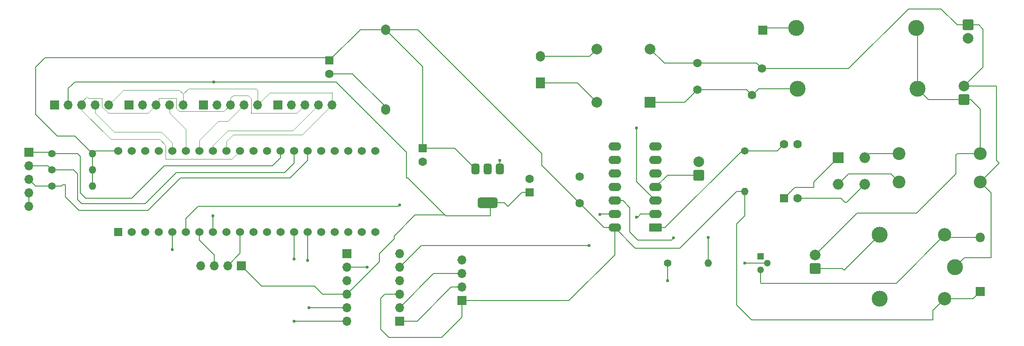
<source format=gbr>
%TF.GenerationSoftware,KiCad,Pcbnew,9.0.0*%
%TF.CreationDate,2025-05-27T07:27:55-06:00*%
%TF.ProjectId,horno_reflujo,686f726e-6f5f-4726-9566-6c756a6f2e6b,rev?*%
%TF.SameCoordinates,Original*%
%TF.FileFunction,Copper,L1,Top*%
%TF.FilePolarity,Positive*%
%FSLAX46Y46*%
G04 Gerber Fmt 4.6, Leading zero omitted, Abs format (unit mm)*
G04 Created by KiCad (PCBNEW 9.0.0) date 2025-05-27 07:27:55*
%MOMM*%
%LPD*%
G01*
G04 APERTURE LIST*
G04 Aperture macros list*
%AMRoundRect*
0 Rectangle with rounded corners*
0 $1 Rounding radius*
0 $2 $3 $4 $5 $6 $7 $8 $9 X,Y pos of 4 corners*
0 Add a 4 corners polygon primitive as box body*
4,1,4,$2,$3,$4,$5,$6,$7,$8,$9,$2,$3,0*
0 Add four circle primitives for the rounded corners*
1,1,$1+$1,$2,$3*
1,1,$1+$1,$4,$5*
1,1,$1+$1,$6,$7*
1,1,$1+$1,$8,$9*
0 Add four rect primitives between the rounded corners*
20,1,$1+$1,$2,$3,$4,$5,0*
20,1,$1+$1,$4,$5,$6,$7,0*
20,1,$1+$1,$6,$7,$8,$9,0*
20,1,$1+$1,$8,$9,$2,$3,0*%
G04 Aperture macros list end*
%TA.AperFunction,ComponentPad*%
%ADD10C,3.000000*%
%TD*%
%TA.AperFunction,ComponentPad*%
%ADD11R,1.700000X1.700000*%
%TD*%
%TA.AperFunction,ComponentPad*%
%ADD12O,1.700000X1.700000*%
%TD*%
%TA.AperFunction,ComponentPad*%
%ADD13RoundRect,0.250000X-0.750000X0.750000X-0.750000X-0.750000X0.750000X-0.750000X0.750000X0.750000X0*%
%TD*%
%TA.AperFunction,ComponentPad*%
%ADD14C,2.000000*%
%TD*%
%TA.AperFunction,ComponentPad*%
%ADD15C,2.500000*%
%TD*%
%TA.AperFunction,ComponentPad*%
%ADD16C,1.600000*%
%TD*%
%TA.AperFunction,ComponentPad*%
%ADD17R,1.300000X1.300000*%
%TD*%
%TA.AperFunction,ComponentPad*%
%ADD18C,1.300000*%
%TD*%
%TA.AperFunction,ComponentPad*%
%ADD19R,1.800000X1.800000*%
%TD*%
%TA.AperFunction,ComponentPad*%
%ADD20O,1.800000X1.800000*%
%TD*%
%TA.AperFunction,ComponentPad*%
%ADD21RoundRect,0.250000X0.750000X-0.750000X0.750000X0.750000X-0.750000X0.750000X-0.750000X-0.750000X0*%
%TD*%
%TA.AperFunction,ComponentPad*%
%ADD22R,1.600000X1.600000*%
%TD*%
%TA.AperFunction,ComponentPad*%
%ADD23RoundRect,0.250000X0.950000X0.550000X-0.950000X0.550000X-0.950000X-0.550000X0.950000X-0.550000X0*%
%TD*%
%TA.AperFunction,ComponentPad*%
%ADD24O,2.400000X1.600000*%
%TD*%
%TA.AperFunction,ComponentPad*%
%ADD25C,1.400000*%
%TD*%
%TA.AperFunction,ComponentPad*%
%ADD26O,1.400000X1.400000*%
%TD*%
%TA.AperFunction,ComponentPad*%
%ADD27C,2.400000*%
%TD*%
%TA.AperFunction,ComponentPad*%
%ADD28O,2.400000X2.400000*%
%TD*%
%TA.AperFunction,ComponentPad*%
%ADD29RoundRect,0.250000X0.550000X-0.550000X0.550000X0.550000X-0.550000X0.550000X-0.550000X-0.550000X0*%
%TD*%
%TA.AperFunction,SMDPad,CuDef*%
%ADD30RoundRect,0.375000X-0.375000X0.625000X-0.375000X-0.625000X0.375000X-0.625000X0.375000X0.625000X0*%
%TD*%
%TA.AperFunction,SMDPad,CuDef*%
%ADD31RoundRect,0.500000X-1.400000X0.500000X-1.400000X-0.500000X1.400000X-0.500000X1.400000X0.500000X0*%
%TD*%
%TA.AperFunction,ComponentPad*%
%ADD32R,2.000000X2.000000*%
%TD*%
%TA.AperFunction,ComponentPad*%
%ADD33O,2.000000X2.000000*%
%TD*%
%TA.AperFunction,ComponentPad*%
%ADD34R,1.700000X2.000000*%
%TD*%
%TA.AperFunction,ComponentPad*%
%ADD35O,1.700000X2.000000*%
%TD*%
%TA.AperFunction,ComponentPad*%
%ADD36R,1.524000X1.524000*%
%TD*%
%TA.AperFunction,ComponentPad*%
%ADD37C,1.524000*%
%TD*%
%TA.AperFunction,ViaPad*%
%ADD38C,0.600000*%
%TD*%
%TA.AperFunction,Conductor*%
%ADD39C,0.200000*%
%TD*%
%TA.AperFunction,Conductor*%
%ADD40C,0.100000*%
%TD*%
G04 APERTURE END LIST*
D10*
%TO.P,F2,1*%
%TO.N,LINE*%
X199030000Y-29972000D03*
%TO.P,F2,2*%
%TO.N,Net-(J8-Pin_1)*%
X176530000Y-29972000D03*
%TD*%
D11*
%TO.P,J15,1,Pin_1*%
%TO.N,GND*%
X37343000Y-44450000D03*
D12*
%TO.P,J15,2,Pin_2*%
%TO.N,+3.3V*%
X39883000Y-44450000D03*
%TO.P,J15,3,Pin_3*%
%TO.N,SPI1_SCK*%
X42423000Y-44450000D03*
%TO.P,J15,4,Pin_4*%
%TO.N,CS_3*%
X44963000Y-44450000D03*
%TO.P,J15,5,Pin_5*%
%TO.N,SPI1_MISO*%
X47503000Y-44450000D03*
%TD*%
D13*
%TO.P,J11,1,Pin_1*%
%TO.N,NEUT*%
X208816500Y-29459000D03*
D14*
%TO.P,J11,2,Pin_2*%
%TO.N,unconnected-(J11-Pin_2-Pad2)*%
X208816500Y-31999000D03*
%TD*%
D11*
%TO.P,J12,1,Pin_1*%
%TO.N,ENCODER_BTN*%
X32526000Y-53342000D03*
D12*
%TO.P,J12,2,Pin_2*%
%TO.N,ENCODER_B*%
X32526000Y-55882000D03*
%TO.P,J12,3,Pin_3*%
%TO.N,ENCODER_A*%
X32526000Y-58422000D03*
%TO.P,J12,4,Pin_4*%
%TO.N,GND*%
X32526000Y-60962000D03*
%TO.P,J12,5,Pin_5*%
X32526000Y-63502000D03*
%TD*%
D11*
%TO.P,J8,1,Pin_1*%
%TO.N,Net-(J8-Pin_1)*%
X170297500Y-30437500D03*
%TD*%
D10*
%TO.P,K1,1*%
%TO.N,NEUT*%
X206366000Y-74930000D03*
D15*
%TO.P,K1,2*%
%TO.N,Net-(D3-A)*%
X204416000Y-68880000D03*
D10*
%TO.P,K1,3*%
%TO.N,Bobina_ventilador*%
X192216000Y-68880000D03*
%TO.P,K1,4*%
%TO.N,unconnected-(K1-Pad4)*%
X192166000Y-80930000D03*
D15*
%TO.P,K1,5*%
%TO.N,+5V*%
X204416000Y-80880000D03*
%TD*%
D16*
%TO.P,RV1,1*%
%TO.N,Net-(C2-Pad1)*%
X168264000Y-42632000D03*
%TO.P,RV1,2*%
%TO.N,NEUT*%
X170064000Y-37632000D03*
%TD*%
D10*
%TO.P,F1,1*%
%TO.N,LINE*%
X199284000Y-41402000D03*
%TO.P,F1,2*%
%TO.N,Net-(C2-Pad1)*%
X176784000Y-41402000D03*
%TD*%
D11*
%TO.P,J2,1,Pin_1*%
%TO.N,Net-(J2-Pin_1)*%
X102108000Y-85090000D03*
D12*
%TO.P,J2,2,Pin_2*%
%TO.N,Net-(J2-Pin_2)*%
X102108000Y-82550000D03*
%TO.P,J2,3,Pin_3*%
%TO.N,+5V*%
X102108000Y-80010000D03*
%TO.P,J2,4,Pin_4*%
%TO.N,GND*%
X102108000Y-77470000D03*
%TO.P,J2,5,Pin_5*%
%TO.N,zero*%
X102108000Y-74930000D03*
%TO.P,J2,6,Pin_6*%
%TO.N,unconnected-(J2-Pin_6-Pad6)*%
X102108000Y-72390000D03*
%TD*%
D17*
%TO.P,Q1,1,E*%
%TO.N,GND*%
X169820000Y-72898000D03*
D18*
%TO.P,Q1,2,B*%
%TO.N,Net-(Q1-B)*%
X171090000Y-74168000D03*
%TO.P,Q1,3,C*%
%TO.N,Net-(D3-A)*%
X169820000Y-75438000D03*
%TD*%
D19*
%TO.P,D3,1,K*%
%TO.N,+5V*%
X211074000Y-79502000D03*
D20*
%TO.P,D3,2,A*%
%TO.N,Net-(D3-A)*%
X211074000Y-69342000D03*
%TD*%
D21*
%TO.P,J7,1,Pin_1*%
%TO.N,Bobina_ventilador*%
X180057500Y-75189000D03*
D14*
%TO.P,J7,2,Pin_2*%
%TO.N,LINE*%
X180057500Y-72649000D03*
%TD*%
D22*
%TO.P,C1,1*%
%TO.N,+5V*%
X88900000Y-36132888D03*
D16*
%TO.P,C1,2*%
%TO.N,GND*%
X88900000Y-38632888D03*
%TD*%
D11*
%TO.P,J14,1,Pin_1*%
%TO.N,GND*%
X51313000Y-44450000D03*
D12*
%TO.P,J14,2,Pin_2*%
%TO.N,+3.3V*%
X53853000Y-44450000D03*
%TO.P,J14,3,Pin_3*%
%TO.N,SPI1_SCK*%
X56393000Y-44450000D03*
%TO.P,J14,4,Pin_4*%
%TO.N,CS_2*%
X58933000Y-44450000D03*
%TO.P,J14,5,Pin_5*%
%TO.N,SPI1_MISO*%
X61473000Y-44450000D03*
%TD*%
D23*
%TO.P,U3,1*%
%TO.N,Net-(OC1-Pad4)*%
X150114000Y-67559000D03*
D24*
%TO.P,U3,2*%
%TO.N,zero*%
X150114000Y-65019000D03*
%TO.P,U3,3*%
%TO.N,/fire*%
X150114000Y-62479000D03*
%TO.P,U3,4*%
%TO.N,Net-(J10-Pin_1)*%
X150114000Y-59939000D03*
%TO.P,U3,5*%
%TO.N,N/C*%
X150114000Y-57399000D03*
%TO.P,U3,6*%
X150114000Y-54859000D03*
%TO.P,U3,7,GND*%
%TO.N,GND*%
X150114000Y-52319000D03*
%TO.P,U3,8*%
%TO.N,N/C*%
X142494000Y-52319000D03*
%TO.P,U3,9*%
X142494000Y-54859000D03*
%TO.P,U3,10*%
X142494000Y-57399000D03*
%TO.P,U3,11*%
X142494000Y-59939000D03*
%TO.P,U3,12*%
%TO.N,Net-(R10-Pad2)*%
X142494000Y-62479000D03*
%TO.P,U3,13*%
%TO.N,/fan*%
X142494000Y-65019000D03*
%TO.P,U3,14,VCC*%
%TO.N,+5V*%
X142494000Y-67559000D03*
%TD*%
D11*
%TO.P,J3,1,Pin_1*%
%TO.N,+5V*%
X113792000Y-81270000D03*
D12*
%TO.P,J3,2,Pin_2*%
%TO.N,Net-(J2-Pin_1)*%
X113792000Y-78730000D03*
%TO.P,J3,3,Pin_3*%
%TO.N,Net-(J2-Pin_2)*%
X113792000Y-76190000D03*
%TO.P,J3,4,Pin_4*%
%TO.N,GND*%
X113792000Y-73650000D03*
%TD*%
D11*
%TO.P,J1,1,Pin_1*%
%TO.N,unconnected-(J1-Pin_1-Pad1)*%
X92202000Y-72390000D03*
D12*
%TO.P,J1,2,Pin_2*%
%TO.N,/zc*%
X92202000Y-74930000D03*
%TO.P,J1,3,Pin_3*%
%TO.N,GND*%
X92202000Y-77470000D03*
%TO.P,J1,4,Pin_4*%
%TO.N,+3.3V*%
X92202000Y-80010000D03*
%TO.P,J1,5,Pin_5*%
%TO.N,I2C1_SDA*%
X92202000Y-82550000D03*
%TO.P,J1,6,Pin_6*%
%TO.N,I2C1_SCL*%
X92202000Y-85090000D03*
%TD*%
D11*
%TO.P,J13,1,Pin_1*%
%TO.N,GND*%
X65283000Y-44450000D03*
D12*
%TO.P,J13,2,Pin_2*%
%TO.N,+3.3V*%
X67823000Y-44450000D03*
%TO.P,J13,3,Pin_3*%
%TO.N,SPI1_SCK*%
X70363000Y-44450000D03*
%TO.P,J13,4,Pin_4*%
%TO.N,CS_1*%
X72903000Y-44450000D03*
%TO.P,J13,5,Pin_5*%
%TO.N,SPI1_MISO*%
X75443000Y-44450000D03*
%TD*%
D25*
%TO.P,R9,1*%
%TO.N,ENCODER_B*%
X36830000Y-56642000D03*
D26*
%TO.P,R9,2*%
%TO.N,+5V*%
X44450000Y-56642000D03*
%TD*%
D21*
%TO.P,J10,1,Pin_1*%
%TO.N,Net-(J10-Pin_1)*%
X158213500Y-57663000D03*
D14*
%TO.P,J10,2,Pin_2*%
%TO.N,GND*%
X158213500Y-55123000D03*
%TD*%
D16*
%TO.P,C5,1*%
%TO.N,+5V*%
X135890000Y-62952000D03*
%TO.P,C5,2*%
%TO.N,GND*%
X135890000Y-57952000D03*
%TD*%
D22*
%TO.P,C9,1*%
%TO.N,+3.3V*%
X126492000Y-60895113D03*
D16*
%TO.P,C9,2*%
%TO.N,GND*%
X126492000Y-58395113D03*
%TD*%
D22*
%TO.P,C8,1*%
%TO.N,+5V*%
X106426000Y-52642888D03*
D16*
%TO.P,C8,2*%
%TO.N,GND*%
X106426000Y-55142888D03*
%TD*%
D27*
%TO.P,R5,1*%
%TO.N,Net-(D1-2)*%
X195834000Y-53594000D03*
D28*
%TO.P,R5,2*%
%TO.N,LINE*%
X211074000Y-53594000D03*
%TD*%
D25*
%TO.P,R11,1*%
%TO.N,ENCODER_BTN*%
X36830000Y-53594000D03*
D26*
%TO.P,R11,2*%
%TO.N,+5V*%
X44450000Y-53594000D03*
%TD*%
D16*
%TO.P,C2,1*%
%TO.N,Net-(C2-Pad1)*%
X157988000Y-41616000D03*
%TO.P,C2,2*%
%TO.N,NEUT*%
X157988000Y-36616000D03*
%TD*%
D11*
%TO.P,J5,1,Pin_1*%
%TO.N,+3.3V*%
X72380000Y-74676000D03*
D12*
%TO.P,J5,2,Pin_2*%
%TO.N,/Rx_mcu_esp01*%
X69840000Y-74676000D03*
%TO.P,J5,3,Pin_3*%
%TO.N,/Tx_mcu_esp01*%
X67300000Y-74676000D03*
%TO.P,J5,4,Pin_4*%
%TO.N,GND*%
X64760000Y-74676000D03*
%TD*%
D25*
%TO.P,R10,1*%
%TO.N,Net-(Q1-B)*%
X152400000Y-74168000D03*
D26*
%TO.P,R10,2*%
%TO.N,Net-(R10-Pad2)*%
X160020000Y-74168000D03*
%TD*%
D27*
%TO.P,R6,1*%
%TO.N,Net-(D1-1)*%
X195834000Y-58928000D03*
D28*
%TO.P,R6,2*%
%TO.N,NEUT*%
X211074000Y-58928000D03*
%TD*%
D29*
%TO.P,OC1,1*%
%TO.N,Net-(D1-+)*%
X174239000Y-61976000D03*
D16*
%TO.P,OC1,2*%
%TO.N,Net-(D1--)*%
X176779000Y-61976000D03*
%TO.P,OC1,3*%
%TO.N,GND*%
X176779000Y-51816000D03*
%TO.P,OC1,4*%
%TO.N,Net-(OC1-Pad4)*%
X174239000Y-51816000D03*
%TD*%
D30*
%TO.P,U1,1,GND*%
%TO.N,GND*%
X120918000Y-56540000D03*
%TO.P,U1,2,VO*%
%TO.N,+3.3V*%
X118618000Y-56540000D03*
D31*
X118618000Y-62840000D03*
D30*
%TO.P,U1,3,VI*%
%TO.N,+5V*%
X116318000Y-56540000D03*
%TD*%
D32*
%TO.P,D1,1,+*%
%TO.N,Net-(D1-+)*%
X184404000Y-54356000D03*
D33*
%TO.P,D1,2,1*%
%TO.N,Net-(D1-1)*%
X184404000Y-59356000D03*
%TO.P,D1,3,-*%
%TO.N,Net-(D1--)*%
X189404000Y-59356000D03*
%TO.P,D1,4,2*%
%TO.N,Net-(D1-2)*%
X189404000Y-54356000D03*
%TD*%
D34*
%TO.P,PS1,1,AC/L*%
%TO.N,Net-(PS1-AC{slash}L)*%
X128548500Y-40308500D03*
D35*
%TO.P,PS1,2,AC/N*%
%TO.N,Net-(PS1-AC{slash}N)*%
X128548500Y-35308500D03*
%TO.P,PS1,3,-Vout*%
%TO.N,GND*%
X99468500Y-45308500D03*
%TO.P,PS1,4,+Vout*%
%TO.N,+5V*%
X99468500Y-30308500D03*
%TD*%
D36*
%TO.P,dev_board1,1,B12*%
%TO.N,unconnected-(dev_board1-B12-Pad1)*%
X49276000Y-68326000D03*
D37*
%TO.P,dev_board1,2,B13*%
%TO.N,unconnected-(dev_board1-B13-Pad2)*%
X51816000Y-68326000D03*
%TO.P,dev_board1,3,B14*%
%TO.N,unconnected-(dev_board1-B14-Pad3)*%
X54356000Y-68326000D03*
%TO.P,dev_board1,4,B15*%
%TO.N,unconnected-(dev_board1-B15-Pad4)*%
X56896000Y-68326000D03*
%TO.P,dev_board1,5,A8*%
%TO.N,/zc*%
X59436000Y-68326000D03*
%TO.P,dev_board1,6,A9*%
%TO.N,/fire*%
X61976000Y-68326000D03*
%TO.P,dev_board1,7,A10*%
%TO.N,/Tx_mcu_esp01*%
X64516000Y-68326000D03*
%TO.P,dev_board1,8,A11*%
%TO.N,/fan*%
X67056000Y-68326000D03*
%TO.P,dev_board1,9,A12*%
%TO.N,unconnected-(dev_board1-A12-Pad9)*%
X69596000Y-68326000D03*
%TO.P,dev_board1,10,A15*%
%TO.N,/Rx_mcu_esp01*%
X72136000Y-68326000D03*
%TO.P,dev_board1,11,B3*%
%TO.N,unconnected-(dev_board1-B3-Pad11)*%
X74676000Y-68326000D03*
%TO.P,dev_board1,12,B4*%
%TO.N,unconnected-(dev_board1-B4-Pad12)*%
X77216000Y-68326000D03*
%TO.P,dev_board1,13,B5*%
%TO.N,unconnected-(dev_board1-B5-Pad13)*%
X79756000Y-68326000D03*
%TO.P,dev_board1,14,B6*%
%TO.N,I2C1_SCL*%
X82296000Y-68326000D03*
%TO.P,dev_board1,15,B7*%
%TO.N,I2C1_SDA*%
X84836000Y-68326000D03*
%TO.P,dev_board1,16,B8*%
%TO.N,unconnected-(dev_board1-B8-Pad16)*%
X87376000Y-68326000D03*
%TO.P,dev_board1,17,B9*%
%TO.N,unconnected-(dev_board1-B9-Pad17)*%
X89916000Y-68326000D03*
%TO.P,dev_board1,18,5V*%
%TO.N,unconnected-(dev_board1-5V-Pad18)*%
X92456000Y-68326000D03*
%TO.P,dev_board1,19,G*%
%TO.N,GND*%
X94996000Y-68326000D03*
%TO.P,dev_board1,20,3.3*%
%TO.N,unconnected-(dev_board1-3.3-Pad20)*%
X97536000Y-68326000D03*
%TO.P,dev_board1,21,VB*%
%TO.N,unconnected-(dev_board1-VB-Pad21)*%
X97536000Y-53086000D03*
%TO.P,dev_board1,22,C13*%
%TO.N,built_in_led*%
X94996000Y-53086000D03*
%TO.P,dev_board1,23,C14*%
%TO.N,unconnected-(dev_board1-C14-Pad23)*%
X92456000Y-53086000D03*
%TO.P,dev_board1,24,C15*%
%TO.N,unconnected-(dev_board1-C15-Pad24)*%
X89916000Y-53086000D03*
%TO.P,dev_board1,25,R*%
%TO.N,unconnected-(dev_board1-R-Pad25)*%
X87376000Y-53086000D03*
%TO.P,dev_board1,26,A0*%
%TO.N,ENCODER_A*%
X84836000Y-53086000D03*
%TO.P,dev_board1,27,A1*%
%TO.N,ENCODER_B*%
X82296000Y-53086000D03*
%TO.P,dev_board1,28,A2*%
%TO.N,ENCODER_BTN*%
X79756000Y-53086000D03*
%TO.P,dev_board1,29,A3*%
%TO.N,unconnected-(dev_board1-A3-Pad29)*%
X77216000Y-53086000D03*
%TO.P,dev_board1,30,A4*%
%TO.N,unconnected-(dev_board1-A4-Pad30)*%
X74676000Y-53086000D03*
%TO.P,dev_board1,31,A5*%
%TO.N,SPI1_SCK*%
X72136000Y-53086000D03*
%TO.P,dev_board1,32,A6*%
%TO.N,SPI1_MISO*%
X69596000Y-53086000D03*
%TO.P,dev_board1,33,A7*%
%TO.N,CS_0*%
X67056000Y-53086000D03*
%TO.P,dev_board1,34,B0*%
%TO.N,CS_1*%
X64516000Y-53086000D03*
%TO.P,dev_board1,35,B1*%
%TO.N,CS_2*%
X61976000Y-53086000D03*
%TO.P,dev_board1,36,B2*%
%TO.N,CS_3*%
X59436000Y-53086000D03*
%TO.P,dev_board1,37,B10*%
%TO.N,unconnected-(dev_board1-B10-Pad37)*%
X56896000Y-53086000D03*
%TO.P,dev_board1,38,3.3*%
%TO.N,unconnected-(dev_board1-3.3-Pad38)*%
X54356000Y-53086000D03*
%TO.P,dev_board1,39,G*%
%TO.N,GND*%
X51816000Y-53086000D03*
%TO.P,dev_board1,40,5V*%
%TO.N,+5V*%
X49276000Y-53086000D03*
%TD*%
D21*
%TO.P,J6,1,Pin_1*%
%TO.N,LINE*%
X208026000Y-43434000D03*
D14*
%TO.P,J6,2,Pin_2*%
%TO.N,NEUT*%
X208026000Y-40894000D03*
%TD*%
D32*
%TO.P,FL1,1,1*%
%TO.N,Net-(C2-Pad1)*%
X149129500Y-43973500D03*
D14*
%TO.P,FL1,2,2*%
%TO.N,Net-(PS1-AC{slash}L)*%
X139129500Y-43973500D03*
%TO.P,FL1,3,3*%
%TO.N,NEUT*%
X149129500Y-33973500D03*
%TO.P,FL1,4,4*%
%TO.N,Net-(PS1-AC{slash}N)*%
X139129500Y-33973500D03*
%TD*%
D25*
%TO.P,R7,1*%
%TO.N,Net-(OC1-Pad4)*%
X166878000Y-53086000D03*
D26*
%TO.P,R7,2*%
%TO.N,+5V*%
X166878000Y-60706000D03*
%TD*%
D25*
%TO.P,R8,1*%
%TO.N,ENCODER_A*%
X36830000Y-59690000D03*
D26*
%TO.P,R8,2*%
%TO.N,+5V*%
X44450000Y-59690000D03*
%TD*%
D11*
%TO.P,J4,1,Pin_1*%
%TO.N,GND*%
X79253000Y-44450000D03*
D12*
%TO.P,J4,2,Pin_2*%
%TO.N,+3.3V*%
X81793000Y-44450000D03*
%TO.P,J4,3,Pin_3*%
%TO.N,SPI1_SCK*%
X84333000Y-44450000D03*
%TO.P,J4,4,Pin_4*%
%TO.N,CS_0*%
X86873000Y-44450000D03*
%TO.P,J4,5,Pin_5*%
%TO.N,SPI1_MISO*%
X89413000Y-44450000D03*
%TD*%
D38*
%TO.N,GND*%
X120904000Y-54864000D03*
%TO.N,+3.3V*%
X67271997Y-40132000D03*
%TO.N,Net-(Q1-B)*%
X166878000Y-74168000D03*
X152400000Y-77470000D03*
%TO.N,I2C1_SCL*%
X82296000Y-73406000D03*
X82296000Y-85090000D03*
%TO.N,/fan*%
X67056000Y-65278000D03*
X139700000Y-65024000D03*
%TO.N,/fire*%
X102108000Y-63246000D03*
X146558000Y-48768000D03*
%TO.N,Net-(R10-Pad2)*%
X160020000Y-69342000D03*
X153543000Y-69469000D03*
%TO.N,I2C1_SDA*%
X84836000Y-73660000D03*
X85090000Y-82550000D03*
%TO.N,/zc*%
X59436000Y-71628000D03*
X96012000Y-74930000D03*
%TO.N,zero*%
X146558000Y-65532000D03*
X137668000Y-70866000D03*
%TD*%
D39*
%TO.N,GND*%
X120918000Y-54878000D02*
X120904000Y-54864000D01*
X120918000Y-56540000D02*
X120918000Y-54878000D01*
%TO.N,Net-(D1-1)*%
X186356000Y-57404000D02*
X194310000Y-57404000D01*
X194310000Y-57404000D02*
X195834000Y-58928000D01*
X184404000Y-59356000D02*
X186356000Y-57404000D01*
%TO.N,Net-(D1-2)*%
X195834000Y-53594000D02*
X190166000Y-53594000D01*
X190166000Y-53594000D02*
X189404000Y-54356000D01*
%TO.N,Net-(D1--)*%
X186022000Y-62738000D02*
X185674000Y-62738000D01*
X189404000Y-59356000D02*
X186022000Y-62738000D01*
X185674000Y-62738000D02*
X184912000Y-61976000D01*
X184912000Y-61976000D02*
X176779000Y-61976000D01*
%TO.N,Net-(D1-+)*%
X179832000Y-59944000D02*
X176271000Y-59944000D01*
X176271000Y-59944000D02*
X174239000Y-61976000D01*
X184404000Y-54356000D02*
X179832000Y-58928000D01*
X179832000Y-58928000D02*
X179832000Y-59944000D01*
%TO.N,+5V*%
X109982000Y-88138000D02*
X113792000Y-84328000D01*
X142494000Y-72644000D02*
X133868000Y-81270000D01*
X44958000Y-53086000D02*
X44450000Y-53594000D01*
X106426000Y-52642888D02*
X112420888Y-52642888D01*
X166878000Y-65278000D02*
X165354000Y-66802000D01*
X44450000Y-53594000D02*
X41148000Y-50292000D01*
X165354000Y-66802000D02*
X165354000Y-82042000D01*
X98552000Y-86614000D02*
X100076000Y-88138000D01*
X142494000Y-67559000D02*
X146309000Y-71374000D01*
X37846000Y-50292000D02*
X33782000Y-46228000D01*
X165354000Y-60706000D02*
X166878000Y-60706000D01*
X33782000Y-37338000D02*
X35560000Y-35560000D01*
X105492500Y-30308500D02*
X99468500Y-30308500D01*
X154686000Y-71374000D02*
X165354000Y-60706000D01*
X135890000Y-62952000D02*
X128778000Y-55840000D01*
X44450000Y-53340000D02*
X44450000Y-59690000D01*
X99314000Y-80010000D02*
X98552000Y-80772000D01*
X112420888Y-52642888D02*
X116318000Y-56540000D01*
X168148000Y-84836000D02*
X202184000Y-84836000D01*
X146309000Y-71374000D02*
X154686000Y-71374000D01*
X128778000Y-55840000D02*
X128778000Y-53594000D01*
X166878000Y-60706000D02*
X166878000Y-65278000D01*
X49276000Y-53086000D02*
X44958000Y-53086000D01*
X98552000Y-80772000D02*
X98552000Y-86614000D01*
X94724388Y-30308500D02*
X88900000Y-36132888D01*
X100076000Y-88138000D02*
X109982000Y-88138000D01*
X209696000Y-80880000D02*
X211074000Y-79502000D01*
X204416000Y-80880000D02*
X209696000Y-80880000D01*
X142494000Y-67559000D02*
X140497000Y-67559000D01*
X88900000Y-35560000D02*
X88900000Y-36132888D01*
X106426000Y-52642888D02*
X106426000Y-37266000D01*
X99468500Y-30308500D02*
X94724388Y-30308500D01*
X202184000Y-83112000D02*
X204416000Y-80880000D01*
X113792000Y-84328000D02*
X113792000Y-81270000D01*
X202184000Y-84836000D02*
X202184000Y-83112000D01*
X133868000Y-81270000D02*
X113792000Y-81270000D01*
X142494000Y-67559000D02*
X142494000Y-72644000D01*
X140497000Y-67559000D02*
X135890000Y-62952000D01*
X102108000Y-80010000D02*
X99314000Y-80010000D01*
X128778000Y-53594000D02*
X105492500Y-30308500D01*
X33782000Y-46228000D02*
X33782000Y-37338000D01*
X41148000Y-50292000D02*
X37846000Y-50292000D01*
X106426000Y-37266000D02*
X99468500Y-30308500D01*
X35560000Y-35560000D02*
X88900000Y-35560000D01*
X165354000Y-82042000D02*
X168148000Y-84836000D01*
%TO.N,Net-(D3-A)*%
X169820000Y-77872000D02*
X169820000Y-75438000D01*
X204878000Y-69342000D02*
X204416000Y-68880000D01*
X204416000Y-68880000D02*
X195318000Y-77978000D01*
X211074000Y-69342000D02*
X204878000Y-69342000D01*
X195318000Y-77978000D02*
X169926000Y-77978000D01*
X169926000Y-77978000D02*
X169820000Y-77872000D01*
%TO.N,Net-(C2-Pad1)*%
X157988000Y-41616000D02*
X167248000Y-41616000D01*
X155630500Y-43973500D02*
X157988000Y-41616000D01*
X176784000Y-41402000D02*
X169494000Y-41402000D01*
X167248000Y-41616000D02*
X168264000Y-42632000D01*
X149129500Y-43973500D02*
X155630500Y-43973500D01*
X169494000Y-41402000D02*
X168264000Y-42632000D01*
%TO.N,LINE*%
X199284000Y-30226000D02*
X199030000Y-29972000D01*
X208026000Y-43434000D02*
X201316000Y-43434000D01*
X199284000Y-41402000D02*
X199284000Y-30226000D01*
X208026000Y-43434000D02*
X209296000Y-43434000D01*
X206502000Y-53848000D02*
X206756000Y-53594000D01*
X211074000Y-45212000D02*
X211074000Y-53594000D01*
X206502000Y-57404000D02*
X206502000Y-53848000D01*
X201316000Y-43434000D02*
X199284000Y-41402000D01*
X206756000Y-53594000D02*
X211074000Y-53594000D01*
X180057500Y-72649000D02*
X187936500Y-64770000D01*
X209296000Y-43434000D02*
X211074000Y-45212000D01*
X187936500Y-64770000D02*
X199136000Y-64770000D01*
X199136000Y-64770000D02*
X206502000Y-57404000D01*
%TO.N,NEUT*%
X208026000Y-40894000D02*
X211582000Y-37338000D01*
X208144000Y-73152000D02*
X213106000Y-73152000D01*
X149129500Y-33973500D02*
X151772000Y-36616000D01*
X214122000Y-54864000D02*
X214122000Y-40894000D01*
X186396000Y-37632000D02*
X197612000Y-26416000D01*
X211074000Y-58928000D02*
X214630000Y-55372000D01*
X157988000Y-36616000D02*
X169048000Y-36616000D01*
X170064000Y-37632000D02*
X186396000Y-37632000D01*
X214630000Y-55372000D02*
X214122000Y-54864000D01*
X203708000Y-26416000D02*
X206751000Y-29459000D01*
X206751000Y-29459000D02*
X208816500Y-29459000D01*
X211582000Y-30226000D02*
X210815000Y-29459000D01*
X197612000Y-26416000D02*
X203708000Y-26416000D01*
X213106000Y-60960000D02*
X211074000Y-58928000D01*
X206366000Y-74930000D02*
X208144000Y-73152000D01*
X210815000Y-29459000D02*
X208816500Y-29459000D01*
X211582000Y-37338000D02*
X211582000Y-30226000D01*
X151772000Y-36616000D02*
X157988000Y-36616000D01*
X169048000Y-36616000D02*
X170064000Y-37632000D01*
X213106000Y-73152000D02*
X213106000Y-60960000D01*
X214122000Y-40894000D02*
X208026000Y-40894000D01*
%TO.N,Net-(PS1-AC{slash}L)*%
X128548500Y-40308500D02*
X135464500Y-40308500D01*
X135464500Y-40308500D02*
X139129500Y-43973500D01*
%TO.N,Net-(PS1-AC{slash}N)*%
X139129500Y-33973500D02*
X137794500Y-35308500D01*
X137794500Y-35308500D02*
X128548500Y-35308500D01*
%TO.N,GND*%
X32526000Y-60962000D02*
X32526000Y-63502000D01*
X99468500Y-44858500D02*
X93242888Y-38632888D01*
X93242888Y-38632888D02*
X88900000Y-38632888D01*
X99468500Y-45308500D02*
X99468500Y-44858500D01*
D40*
%TO.N,SPI1_MISO*%
X60716000Y-41656000D02*
X61473000Y-42413000D01*
X50297000Y-41656000D02*
X60716000Y-41656000D01*
X61473000Y-42413000D02*
X61473000Y-44450000D01*
X89413000Y-44450000D02*
X83825000Y-50038000D01*
X69596000Y-51308000D02*
X69596000Y-53086000D01*
X77729000Y-42164000D02*
X75443000Y-44450000D01*
X62484000Y-41402000D02*
X61473000Y-42413000D01*
X70866000Y-50038000D02*
X69596000Y-51308000D01*
X89413000Y-42159000D02*
X89408000Y-42164000D01*
X89413000Y-44450000D02*
X89413000Y-42159000D01*
X89408000Y-42164000D02*
X77729000Y-42164000D01*
X75443000Y-44450000D02*
X75443000Y-41661000D01*
X47503000Y-44450000D02*
X50297000Y-41656000D01*
X75443000Y-41661000D02*
X75184000Y-41402000D01*
X83825000Y-50038000D02*
X70866000Y-50038000D01*
X75184000Y-41402000D02*
X62484000Y-41402000D01*
%TO.N,CS_2*%
X58933000Y-44450000D02*
X58933000Y-45979000D01*
X58933000Y-45979000D02*
X61976000Y-49022000D01*
X61976000Y-49022000D02*
X61976000Y-53086000D01*
%TO.N,CS_3*%
X44963000Y-45979000D02*
X48514000Y-49530000D01*
X57404000Y-49530000D02*
X59436000Y-51562000D01*
X44963000Y-44450000D02*
X44963000Y-45979000D01*
X59436000Y-51562000D02*
X59436000Y-53086000D01*
X48514000Y-49530000D02*
X57404000Y-49530000D01*
%TO.N,SPI1_SCK*%
X58166000Y-54610000D02*
X70612000Y-54610000D01*
X43434000Y-42926000D02*
X42423000Y-43937000D01*
X60198000Y-45147900D02*
X60198000Y-43180000D01*
X42423000Y-43937000D02*
X42423000Y-44450000D01*
X60198000Y-43180000D02*
X56896000Y-43180000D01*
X74292000Y-45850000D02*
X74292000Y-43304000D01*
X43688000Y-43180000D02*
X43434000Y-42926000D01*
X82809000Y-45974000D02*
X74168000Y-45974000D01*
X70612000Y-54610000D02*
X72136000Y-53086000D01*
X84333000Y-44450000D02*
X82809000Y-45974000D01*
X70363000Y-44450000D02*
X69125050Y-45687950D01*
X70866000Y-42672000D02*
X70363000Y-43175000D01*
X74292000Y-43304000D02*
X73660000Y-42672000D01*
X60738050Y-45687950D02*
X60198000Y-45147900D01*
X70363000Y-43175000D02*
X70363000Y-44450000D01*
X73660000Y-42672000D02*
X70866000Y-42672000D01*
X74168000Y-45974000D02*
X74292000Y-45850000D01*
X56896000Y-43947000D02*
X56393000Y-44450000D01*
X58166000Y-52070000D02*
X58166000Y-54610000D01*
X42423000Y-45471000D02*
X47899000Y-50947000D01*
X69125050Y-45687950D02*
X60738050Y-45687950D01*
X47399240Y-45974000D02*
X46228000Y-44802760D01*
X46228000Y-43180000D02*
X43688000Y-43180000D01*
X57043000Y-50947000D02*
X58166000Y-52070000D01*
X42423000Y-44450000D02*
X42423000Y-45471000D01*
X47899000Y-50947000D02*
X57043000Y-50947000D01*
X56896000Y-43180000D02*
X56896000Y-43947000D01*
X46228000Y-44802760D02*
X46228000Y-43180000D01*
X56393000Y-44450000D02*
X54869000Y-45974000D01*
X54869000Y-45974000D02*
X47399240Y-45974000D01*
D39*
%TO.N,/Tx_mcu_esp01*%
X64516000Y-69850000D02*
X67310000Y-72644000D01*
X67310000Y-72644000D02*
X67300000Y-72654000D01*
X64516000Y-68326000D02*
X64516000Y-69850000D01*
X67300000Y-72654000D02*
X67300000Y-74676000D01*
%TO.N,+3.3V*%
X125032887Y-60895113D02*
X122428000Y-63500000D01*
X72380000Y-74676000D02*
X76190000Y-78486000D01*
X122428000Y-63500000D02*
X121768000Y-62840000D01*
X103378000Y-53340000D02*
X90170000Y-40132000D01*
X92202000Y-80010000D02*
X98298000Y-73914000D01*
X90170000Y-40132000D02*
X67271997Y-40132000D01*
X103632000Y-58166000D02*
X103378000Y-58166000D01*
X126492000Y-60895113D02*
X125032887Y-60895113D01*
X119126000Y-65278000D02*
X119126000Y-63348000D01*
X39883000Y-44450000D02*
X39883000Y-41397000D01*
X101092000Y-69088000D02*
X105029000Y-65151000D01*
X101092000Y-69596000D02*
X101092000Y-69088000D01*
X110617000Y-65151000D02*
X103632000Y-58166000D01*
X103378000Y-58166000D02*
X103378000Y-53340000D01*
X86106000Y-78486000D02*
X87630000Y-80010000D01*
X110744000Y-65278000D02*
X119126000Y-65278000D01*
X40640000Y-40640000D02*
X41148000Y-40132000D01*
X119126000Y-63348000D02*
X118618000Y-62840000D01*
X105029000Y-65151000D02*
X110617000Y-65151000D01*
X76190000Y-78486000D02*
X86106000Y-78486000D01*
X121768000Y-62840000D02*
X118618000Y-62840000D01*
X87630000Y-80010000D02*
X92202000Y-80010000D01*
X41148000Y-40132000D02*
X67271997Y-40132000D01*
X39883000Y-41397000D02*
X40640000Y-40640000D01*
X110617000Y-65151000D02*
X110744000Y-65278000D01*
X98298000Y-73914000D02*
X98298000Y-72390000D01*
X98298000Y-72390000D02*
X101092000Y-69596000D01*
%TO.N,/Rx_mcu_esp01*%
X72136000Y-72380000D02*
X72136000Y-68326000D01*
X69840000Y-74676000D02*
X72136000Y-72380000D01*
%TO.N,Bobina_ventilador*%
X185420000Y-75438000D02*
X185171000Y-75189000D01*
X185674000Y-75438000D02*
X185420000Y-75438000D01*
X192216000Y-68880000D02*
X185674000Y-75422000D01*
X185674000Y-75422000D02*
X185674000Y-75438000D01*
X185171000Y-75189000D02*
X180057500Y-75189000D01*
%TO.N,Net-(OC1-Pad4)*%
X166370000Y-53086000D02*
X166878000Y-53086000D01*
X172969000Y-53086000D02*
X174239000Y-51816000D01*
X151897000Y-67559000D02*
X166370000Y-53086000D01*
X150114000Y-67559000D02*
X151897000Y-67559000D01*
X166878000Y-53086000D02*
X172969000Y-53086000D01*
%TO.N,Net-(Q1-B)*%
X171090000Y-74168000D02*
X166878000Y-74168000D01*
X152400000Y-74168000D02*
X152400000Y-77470000D01*
D40*
%TO.N,CS_0*%
X86873000Y-44450000D02*
X82047000Y-49276000D01*
X82047000Y-49276000D02*
X69850000Y-49276000D01*
X69850000Y-49276000D02*
X67056000Y-52070000D01*
X67056000Y-52070000D02*
X67056000Y-53086000D01*
%TO.N,CS_1*%
X69855000Y-47498000D02*
X68072000Y-47498000D01*
X72903000Y-44450000D02*
X69855000Y-47498000D01*
D39*
X64775000Y-52827000D02*
X64516000Y-53086000D01*
D40*
X68072000Y-47498000D02*
X64516000Y-51054000D01*
X64516000Y-51054000D02*
X64516000Y-53086000D01*
D39*
%TO.N,I2C1_SCL*%
X82296000Y-85090000D02*
X92202000Y-85090000D01*
X82296000Y-68326000D02*
X82296000Y-73406000D01*
%TO.N,/fan*%
X139705000Y-65019000D02*
X139700000Y-65024000D01*
X142494000Y-65019000D02*
X139705000Y-65019000D01*
X67056000Y-65278000D02*
X67056000Y-68326000D01*
%TO.N,/fire*%
X61976000Y-68326000D02*
X61976000Y-65786000D01*
X146558000Y-58923000D02*
X150114000Y-62479000D01*
X146558000Y-48768000D02*
X146558000Y-58923000D01*
X61976000Y-65786000D02*
X64262000Y-63500000D01*
X101854000Y-63500000D02*
X102108000Y-63246000D01*
X64262000Y-63500000D02*
X101854000Y-63500000D01*
%TO.N,Net-(R10-Pad2)*%
X142494000Y-62479000D02*
X144013000Y-62479000D01*
X144013000Y-62479000D02*
X145288000Y-63754000D01*
X153162000Y-69850000D02*
X153543000Y-69469000D01*
X145288000Y-68326000D02*
X146812000Y-69850000D01*
X153670000Y-69342000D02*
X153543000Y-69469000D01*
X146812000Y-69850000D02*
X153162000Y-69850000D01*
X160020000Y-69342000D02*
X160020000Y-74168000D01*
X145288000Y-63754000D02*
X145288000Y-68326000D01*
%TO.N,ENCODER_A*%
X39370000Y-61722000D02*
X39370000Y-59436000D01*
X39370000Y-59436000D02*
X38862000Y-59436000D01*
X60960000Y-58166000D02*
X54864000Y-64262000D01*
X81534000Y-58166000D02*
X60960000Y-58166000D01*
X41910000Y-64262000D02*
X39370000Y-61722000D01*
X38862000Y-59436000D02*
X38608000Y-59690000D01*
X54864000Y-64262000D02*
X41910000Y-64262000D01*
X38608000Y-59690000D02*
X36830000Y-59690000D01*
X33794000Y-59690000D02*
X36830000Y-59690000D01*
X32526000Y-58422000D02*
X33794000Y-59690000D01*
X84836000Y-53086000D02*
X84836000Y-54864000D01*
X84836000Y-54864000D02*
X81534000Y-58166000D01*
%TO.N,ENCODER_BTN*%
X78232000Y-55880000D02*
X79756000Y-54356000D01*
X32526000Y-53342000D02*
X36578000Y-53342000D01*
X57912000Y-55880000D02*
X78232000Y-55880000D01*
X36830000Y-53594000D02*
X41656000Y-53594000D01*
X43180000Y-61976000D02*
X51816000Y-61976000D01*
X51816000Y-61976000D02*
X57912000Y-55880000D01*
X42164000Y-60960000D02*
X43180000Y-61976000D01*
X41656000Y-53594000D02*
X42164000Y-54102000D01*
X79756000Y-54356000D02*
X79756000Y-53086000D01*
X42164000Y-54102000D02*
X42164000Y-60960000D01*
X36578000Y-53342000D02*
X36830000Y-53594000D01*
%TO.N,ENCODER_B*%
X60198000Y-57150000D02*
X80518000Y-57150000D01*
X36830000Y-56642000D02*
X40894000Y-56642000D01*
X54356000Y-62992000D02*
X60198000Y-57150000D01*
X41656000Y-62230000D02*
X42418000Y-62992000D01*
X32526000Y-55882000D02*
X36070000Y-55882000D01*
X40894000Y-56642000D02*
X41656000Y-57404000D01*
X82296000Y-55372000D02*
X82296000Y-53086000D01*
X42418000Y-62992000D02*
X54356000Y-62992000D01*
X41656000Y-57404000D02*
X41656000Y-62230000D01*
X36070000Y-55882000D02*
X36830000Y-56642000D01*
X80518000Y-57150000D02*
X82296000Y-55372000D01*
%TO.N,I2C1_SDA*%
X84836000Y-68326000D02*
X84836000Y-73660000D01*
X85090000Y-82550000D02*
X92202000Y-82550000D01*
%TO.N,/zc*%
X59436000Y-71628000D02*
X59436000Y-68326000D01*
X92202000Y-74930000D02*
X96012000Y-74930000D01*
%TO.N,Net-(J8-Pin_1)*%
X170763000Y-29972000D02*
X170297500Y-30437500D01*
X176530000Y-29972000D02*
X170763000Y-29972000D01*
%TO.N,zero*%
X147325000Y-65019000D02*
X150114000Y-65019000D01*
X102108000Y-74930000D02*
X106172000Y-70866000D01*
X146558000Y-65532000D02*
X146812000Y-65532000D01*
X106172000Y-70866000D02*
X137668000Y-70866000D01*
X146812000Y-65532000D02*
X147325000Y-65019000D01*
%TO.N,Net-(J2-Pin_2)*%
X102108000Y-82550000D02*
X108468000Y-76190000D01*
X108468000Y-76190000D02*
X113792000Y-76190000D01*
%TO.N,Net-(J10-Pin_1)*%
X158213500Y-57663000D02*
X152390000Y-57663000D01*
X152390000Y-57663000D02*
X150114000Y-59939000D01*
%TO.N,Net-(J2-Pin_1)*%
X111770000Y-78730000D02*
X113792000Y-78730000D01*
X105410000Y-85090000D02*
X111770000Y-78730000D01*
X102108000Y-85090000D02*
X105410000Y-85090000D01*
%TD*%
M02*

</source>
